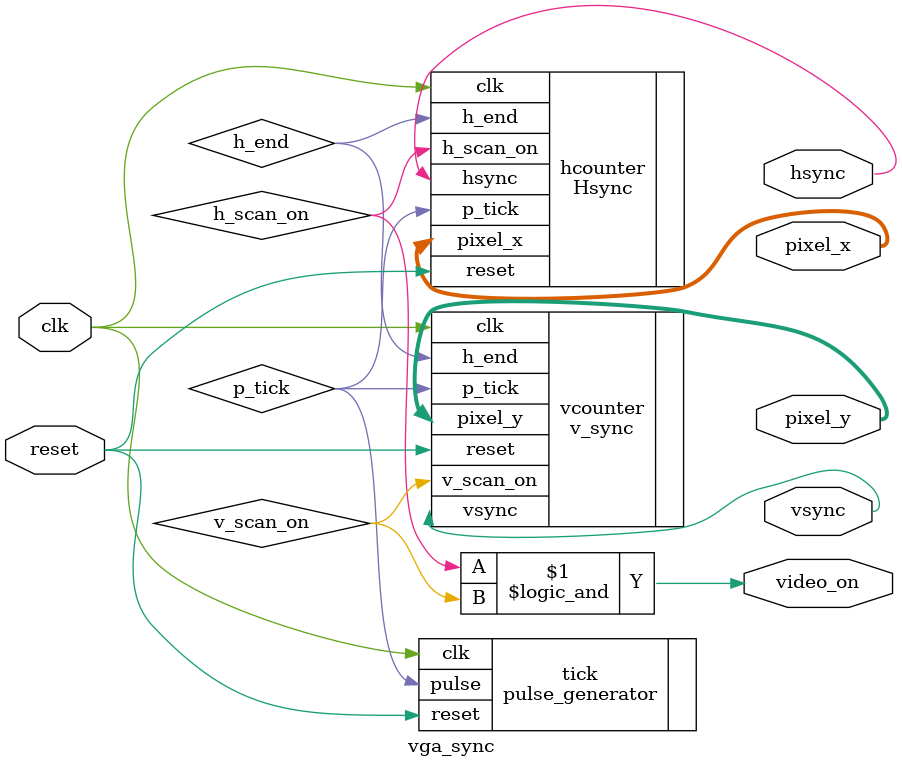
<source format=v>
`timescale 1ns / 1ps
module vga_sync( clk     , reset  , hsync  , vsync,
			     video_on, pixel_x, pixel_y
			   );
	input          clk    , reset;
	output  [ 9:0] pixel_x, pixel_y;
	output         hsync  , vsync;
    output wire    video_on;
    
	wire h_end;
	wire h_scan_on;
	wire v_scan_on;
    wire p_tick;      

     //instaniation for Pulse Generator
     //inputs clk, reset
     //ouputs pulse
     pulse_generator tick( .clk  ( clk      ),
                      .reset( reset ),
                      .pulse( p_tick    )
                     );
	
	//instantiation for Hsync
	//input clk, reset, p_tick
	//output pixel_x, h_end, hsync, h_scan_on
    Hsync hcounter( .clk(clk),
                    .reset(reset),
                    .p_tick(p_tick),
                    .pixel_x(pixel_x),
                    .h_end(h_end),
                    .hsync(hsync),
                    .h_scan_on(h_scan_on)
                    );
    
    //instantiation for v_sync
    //input clk, reset, p_tick, h_end
    //output pixel_y, vsync, v_scan_on               
    v_sync vcounter( .clk(clk),
                     .reset(reset),
                     .p_tick(p_tick),
                     .pixel_y(pixel_y),
                     .h_end(h_end),
                     .vsync(vsync),
                     .v_scan_on(v_scan_on)
                     );
                     
	//assigning video_on
	assign video_on = h_scan_on && v_scan_on;// Only ON if both scanners are ON

endmodule

</source>
